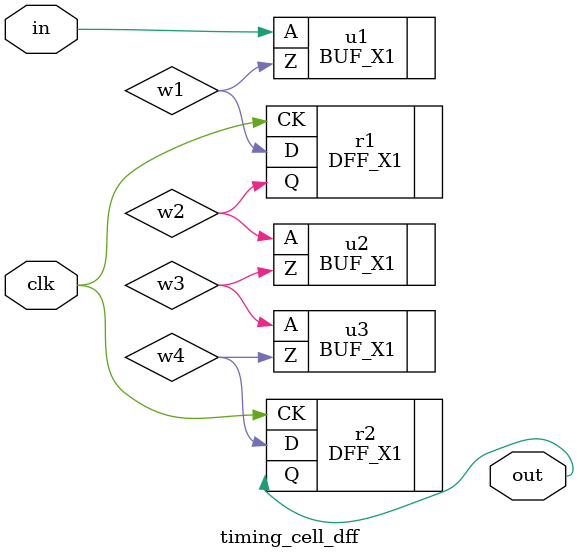
<source format=v>
module timing_cell_dff (in, clk, out);

  input in, clk;
  output out;
  wire w1, w2, w3, w4;

  BUF_X1 u1 (.A(in), .Z(w1));
  
  DFF_X1 r1 (.D(w1), .CK(clk), .Q(w2));

  BUF_X1 u2 (.A(w2), .Z(w3));
  BUF_X1 u3 (.A(w3), .Z(w4));
  
  DFF_X1 r2 (.D(w4), .CK(clk), .Q(out));

endmodule

</source>
